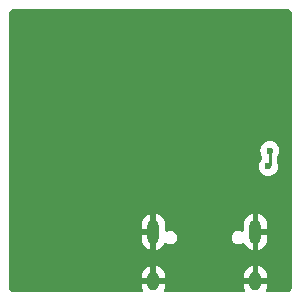
<source format=gbr>
%TF.GenerationSoftware,KiCad,Pcbnew,8.0.5*%
%TF.CreationDate,2024-11-23T20:35:32-07:00*%
%TF.ProjectId,2024_10_STM32C011J4M6_TestBoard,32303234-5f31-4305-9f53-544d33324330,rev?*%
%TF.SameCoordinates,Original*%
%TF.FileFunction,Copper,L2,Bot*%
%TF.FilePolarity,Positive*%
%FSLAX46Y46*%
G04 Gerber Fmt 4.6, Leading zero omitted, Abs format (unit mm)*
G04 Created by KiCad (PCBNEW 8.0.5) date 2024-11-23 20:35:32*
%MOMM*%
%LPD*%
G01*
G04 APERTURE LIST*
%TA.AperFunction,ComponentPad*%
%ADD10O,1.000000X2.100000*%
%TD*%
%TA.AperFunction,ComponentPad*%
%ADD11O,1.000000X1.600000*%
%TD*%
%TA.AperFunction,ViaPad*%
%ADD12C,0.600000*%
%TD*%
%TA.AperFunction,Conductor*%
%ADD13C,0.254000*%
%TD*%
G04 APERTURE END LIST*
D10*
%TO.P,J3,S1,SHIELD*%
%TO.N,GND*%
X119708200Y-85134600D03*
D11*
X119708200Y-89314600D03*
D10*
X128348200Y-85134600D03*
D11*
X128348200Y-89314600D03*
%TD*%
D12*
%TO.N,GND*%
X117834400Y-71704200D03*
X108762800Y-84836000D03*
X114369200Y-72523300D03*
X130454400Y-86741000D03*
X109829600Y-84201000D03*
X110261400Y-69596000D03*
X108737400Y-87884000D03*
X123063000Y-74422000D03*
X125171200Y-78257400D03*
X112776000Y-87807800D03*
X112801400Y-89509600D03*
X114122200Y-76962000D03*
X117017800Y-76022200D03*
X108762800Y-86233000D03*
X116021000Y-69735100D03*
X121945400Y-78892400D03*
X127609600Y-73609200D03*
X120472200Y-74269600D03*
X114217600Y-70624100D03*
X116763800Y-85928200D03*
%TO.N,/MODE*%
X129565400Y-78257400D03*
X129438400Y-79603600D03*
%TD*%
D13*
%TO.N,/MODE*%
X129565400Y-78257400D02*
X129565400Y-79476600D01*
X129565400Y-79476600D02*
X129438400Y-79603600D01*
%TD*%
%TA.AperFunction,Conductor*%
%TO.N,GND*%
G36*
X130959922Y-66261880D02*
G01*
X131050266Y-66272059D01*
X131077331Y-66278236D01*
X131156540Y-66305952D01*
X131181553Y-66317998D01*
X131252606Y-66362643D01*
X131274313Y-66379955D01*
X131333644Y-66439286D01*
X131350957Y-66460995D01*
X131395600Y-66532044D01*
X131407648Y-66557062D01*
X131435362Y-66636266D01*
X131441540Y-66663335D01*
X131451720Y-66753676D01*
X131452500Y-66767561D01*
X131452500Y-89753638D01*
X131451720Y-89767523D01*
X131441540Y-89857864D01*
X131435362Y-89884933D01*
X131407648Y-89964137D01*
X131395600Y-89989155D01*
X131350957Y-90060204D01*
X131333644Y-90081913D01*
X131274313Y-90141244D01*
X131252604Y-90158557D01*
X131181555Y-90203200D01*
X131156537Y-90215248D01*
X131077333Y-90242962D01*
X131050264Y-90249140D01*
X130970075Y-90258176D01*
X130959921Y-90259320D01*
X130946038Y-90260100D01*
X129348797Y-90260100D01*
X129281758Y-90240415D01*
X129236003Y-90187611D01*
X129226059Y-90118453D01*
X129234236Y-90088647D01*
X129309770Y-89906289D01*
X129309772Y-89906281D01*
X129348199Y-89713095D01*
X129348200Y-89713092D01*
X129348200Y-89564600D01*
X128648200Y-89564600D01*
X128648200Y-89064600D01*
X129348200Y-89064600D01*
X129348200Y-88916108D01*
X129348199Y-88916104D01*
X129309772Y-88722918D01*
X129309769Y-88722906D01*
X129234392Y-88540928D01*
X129234385Y-88540915D01*
X129124951Y-88377137D01*
X129124948Y-88377133D01*
X128985666Y-88237851D01*
X128985662Y-88237848D01*
X128821884Y-88128414D01*
X128821871Y-88128407D01*
X128639891Y-88053029D01*
X128639883Y-88053027D01*
X128598200Y-88044735D01*
X128598200Y-88847611D01*
X128588260Y-88830395D01*
X128532405Y-88774540D01*
X128463996Y-88735044D01*
X128387696Y-88714600D01*
X128308704Y-88714600D01*
X128232404Y-88735044D01*
X128163995Y-88774540D01*
X128108140Y-88830395D01*
X128098200Y-88847611D01*
X128098200Y-88044736D01*
X128098199Y-88044735D01*
X128056516Y-88053027D01*
X128056508Y-88053029D01*
X127874528Y-88128407D01*
X127874515Y-88128414D01*
X127710737Y-88237848D01*
X127710733Y-88237851D01*
X127571451Y-88377133D01*
X127571448Y-88377137D01*
X127462014Y-88540915D01*
X127462007Y-88540928D01*
X127386630Y-88722906D01*
X127386627Y-88722918D01*
X127348200Y-88916104D01*
X127348200Y-89064600D01*
X128048200Y-89064600D01*
X128048200Y-89564600D01*
X127348200Y-89564600D01*
X127348200Y-89713095D01*
X127386627Y-89906281D01*
X127386629Y-89906289D01*
X127462164Y-90088647D01*
X127469633Y-90158117D01*
X127438358Y-90220596D01*
X127378269Y-90256248D01*
X127347603Y-90260100D01*
X120708797Y-90260100D01*
X120641758Y-90240415D01*
X120596003Y-90187611D01*
X120586059Y-90118453D01*
X120594236Y-90088647D01*
X120669770Y-89906289D01*
X120669772Y-89906281D01*
X120708199Y-89713095D01*
X120708200Y-89713092D01*
X120708200Y-89564600D01*
X120008200Y-89564600D01*
X120008200Y-89064600D01*
X120708200Y-89064600D01*
X120708200Y-88916108D01*
X120708199Y-88916104D01*
X120669772Y-88722918D01*
X120669769Y-88722906D01*
X120594392Y-88540928D01*
X120594385Y-88540915D01*
X120484951Y-88377137D01*
X120484948Y-88377133D01*
X120345666Y-88237851D01*
X120345662Y-88237848D01*
X120181884Y-88128414D01*
X120181871Y-88128407D01*
X119999891Y-88053029D01*
X119999883Y-88053027D01*
X119958200Y-88044735D01*
X119958200Y-88847611D01*
X119948260Y-88830395D01*
X119892405Y-88774540D01*
X119823996Y-88735044D01*
X119747696Y-88714600D01*
X119668704Y-88714600D01*
X119592404Y-88735044D01*
X119523995Y-88774540D01*
X119468140Y-88830395D01*
X119458200Y-88847611D01*
X119458200Y-88044736D01*
X119458199Y-88044735D01*
X119416516Y-88053027D01*
X119416508Y-88053029D01*
X119234528Y-88128407D01*
X119234515Y-88128414D01*
X119070737Y-88237848D01*
X119070733Y-88237851D01*
X118931451Y-88377133D01*
X118931448Y-88377137D01*
X118822014Y-88540915D01*
X118822007Y-88540928D01*
X118746630Y-88722906D01*
X118746627Y-88722918D01*
X118708200Y-88916104D01*
X118708200Y-89064600D01*
X119408200Y-89064600D01*
X119408200Y-89564600D01*
X118708200Y-89564600D01*
X118708200Y-89713095D01*
X118746627Y-89906281D01*
X118746629Y-89906289D01*
X118822164Y-90088647D01*
X118829633Y-90158117D01*
X118798358Y-90220596D01*
X118738269Y-90256248D01*
X118707603Y-90260100D01*
X107959962Y-90260100D01*
X107946078Y-90259320D01*
X107933553Y-90257908D01*
X107855735Y-90249140D01*
X107828666Y-90242962D01*
X107749462Y-90215248D01*
X107724444Y-90203200D01*
X107653395Y-90158557D01*
X107631686Y-90141244D01*
X107572355Y-90081913D01*
X107555042Y-90060204D01*
X107510399Y-89989155D01*
X107498351Y-89964137D01*
X107470637Y-89884933D01*
X107464459Y-89857863D01*
X107454280Y-89767522D01*
X107453500Y-89753638D01*
X107453500Y-84486104D01*
X118708200Y-84486104D01*
X118708200Y-84884600D01*
X119408200Y-84884600D01*
X119408200Y-85384600D01*
X118708200Y-85384600D01*
X118708200Y-85783095D01*
X118746627Y-85976281D01*
X118746630Y-85976293D01*
X118822007Y-86158271D01*
X118822014Y-86158284D01*
X118931448Y-86322062D01*
X118931451Y-86322066D01*
X119070733Y-86461348D01*
X119070737Y-86461351D01*
X119234515Y-86570785D01*
X119234528Y-86570792D01*
X119416508Y-86646169D01*
X119458200Y-86654462D01*
X119458200Y-85851588D01*
X119468140Y-85868805D01*
X119523995Y-85924660D01*
X119592404Y-85964156D01*
X119668704Y-85984600D01*
X119747696Y-85984600D01*
X119823996Y-85964156D01*
X119892405Y-85924660D01*
X119948260Y-85868805D01*
X119958200Y-85851588D01*
X119958200Y-86654462D01*
X119999890Y-86646169D01*
X119999892Y-86646169D01*
X120181871Y-86570792D01*
X120181884Y-86570785D01*
X120345662Y-86461351D01*
X120345666Y-86461348D01*
X120484948Y-86322066D01*
X120484951Y-86322062D01*
X120594385Y-86158284D01*
X120594386Y-86158282D01*
X120598329Y-86148763D01*
X120642168Y-86094357D01*
X120708461Y-86072289D01*
X120776161Y-86089565D01*
X120781600Y-86093247D01*
X120784834Y-86095114D01*
X120784835Y-86095115D01*
X120916065Y-86170881D01*
X121062434Y-86210100D01*
X121062436Y-86210100D01*
X121213964Y-86210100D01*
X121213966Y-86210100D01*
X121360335Y-86170881D01*
X121491565Y-86095115D01*
X121598715Y-85987965D01*
X121674481Y-85856735D01*
X121713700Y-85710366D01*
X121713700Y-85558834D01*
X126342700Y-85558834D01*
X126342700Y-85710365D01*
X126381919Y-85856736D01*
X126419802Y-85922350D01*
X126457685Y-85987965D01*
X126564835Y-86095115D01*
X126696065Y-86170881D01*
X126842434Y-86210100D01*
X126842436Y-86210100D01*
X126993964Y-86210100D01*
X126993966Y-86210100D01*
X127140335Y-86170881D01*
X127271565Y-86095115D01*
X127271566Y-86095113D01*
X127278603Y-86091051D01*
X127279876Y-86093256D01*
X127333156Y-86072643D01*
X127401605Y-86086663D01*
X127451607Y-86135464D01*
X127458067Y-86148757D01*
X127462009Y-86158274D01*
X127462014Y-86158284D01*
X127571448Y-86322062D01*
X127571451Y-86322066D01*
X127710733Y-86461348D01*
X127710737Y-86461351D01*
X127874515Y-86570785D01*
X127874528Y-86570792D01*
X128056508Y-86646169D01*
X128098200Y-86654462D01*
X128098200Y-85851588D01*
X128108140Y-85868805D01*
X128163995Y-85924660D01*
X128232404Y-85964156D01*
X128308704Y-85984600D01*
X128387696Y-85984600D01*
X128463996Y-85964156D01*
X128532405Y-85924660D01*
X128588260Y-85868805D01*
X128598200Y-85851588D01*
X128598200Y-86654462D01*
X128639890Y-86646169D01*
X128639892Y-86646169D01*
X128821871Y-86570792D01*
X128821884Y-86570785D01*
X128985662Y-86461351D01*
X128985666Y-86461348D01*
X129124948Y-86322066D01*
X129124951Y-86322062D01*
X129234385Y-86158284D01*
X129234392Y-86158271D01*
X129309769Y-85976293D01*
X129309772Y-85976281D01*
X129348199Y-85783095D01*
X129348200Y-85783092D01*
X129348200Y-85384600D01*
X128648200Y-85384600D01*
X128648200Y-84884600D01*
X129348200Y-84884600D01*
X129348200Y-84486108D01*
X129348199Y-84486104D01*
X129309772Y-84292918D01*
X129309769Y-84292906D01*
X129234392Y-84110928D01*
X129234385Y-84110915D01*
X129124951Y-83947137D01*
X129124948Y-83947133D01*
X128985666Y-83807851D01*
X128985662Y-83807848D01*
X128821884Y-83698414D01*
X128821871Y-83698407D01*
X128639891Y-83623029D01*
X128639883Y-83623027D01*
X128598200Y-83614735D01*
X128598200Y-84417611D01*
X128588260Y-84400395D01*
X128532405Y-84344540D01*
X128463996Y-84305044D01*
X128387696Y-84284600D01*
X128308704Y-84284600D01*
X128232404Y-84305044D01*
X128163995Y-84344540D01*
X128108140Y-84400395D01*
X128098200Y-84417611D01*
X128098200Y-83614736D01*
X128098199Y-83614735D01*
X128056516Y-83623027D01*
X128056508Y-83623029D01*
X127874528Y-83698407D01*
X127874515Y-83698414D01*
X127710737Y-83807848D01*
X127710733Y-83807851D01*
X127571451Y-83947133D01*
X127571448Y-83947137D01*
X127462014Y-84110915D01*
X127462007Y-84110928D01*
X127386630Y-84292906D01*
X127386627Y-84292918D01*
X127348200Y-84486104D01*
X127348200Y-85003555D01*
X127328515Y-85070594D01*
X127275711Y-85116349D01*
X127206553Y-85126293D01*
X127162200Y-85110942D01*
X127140338Y-85098320D01*
X127140335Y-85098319D01*
X126993966Y-85059100D01*
X126842434Y-85059100D01*
X126696063Y-85098319D01*
X126564835Y-85174085D01*
X126564832Y-85174087D01*
X126457687Y-85281232D01*
X126457685Y-85281235D01*
X126381919Y-85412463D01*
X126342700Y-85558834D01*
X121713700Y-85558834D01*
X121674481Y-85412465D01*
X121598715Y-85281235D01*
X121491565Y-85174085D01*
X121382199Y-85110942D01*
X121360336Y-85098319D01*
X121287150Y-85078709D01*
X121213966Y-85059100D01*
X121062434Y-85059100D01*
X120916065Y-85098319D01*
X120916064Y-85098319D01*
X120916062Y-85098320D01*
X120916061Y-85098320D01*
X120894200Y-85110942D01*
X120826299Y-85127415D01*
X120760273Y-85104562D01*
X120717082Y-85049641D01*
X120708200Y-85003555D01*
X120708200Y-84486108D01*
X120708199Y-84486104D01*
X120669772Y-84292918D01*
X120669769Y-84292906D01*
X120594392Y-84110928D01*
X120594385Y-84110915D01*
X120484951Y-83947137D01*
X120484948Y-83947133D01*
X120345666Y-83807851D01*
X120345662Y-83807848D01*
X120181884Y-83698414D01*
X120181871Y-83698407D01*
X119999891Y-83623029D01*
X119999883Y-83623027D01*
X119958200Y-83614735D01*
X119958200Y-84417611D01*
X119948260Y-84400395D01*
X119892405Y-84344540D01*
X119823996Y-84305044D01*
X119747696Y-84284600D01*
X119668704Y-84284600D01*
X119592404Y-84305044D01*
X119523995Y-84344540D01*
X119468140Y-84400395D01*
X119458200Y-84417611D01*
X119458200Y-83614736D01*
X119458199Y-83614735D01*
X119416516Y-83623027D01*
X119416508Y-83623029D01*
X119234528Y-83698407D01*
X119234515Y-83698414D01*
X119070737Y-83807848D01*
X119070733Y-83807851D01*
X118931451Y-83947133D01*
X118931448Y-83947137D01*
X118822014Y-84110915D01*
X118822007Y-84110928D01*
X118746630Y-84292906D01*
X118746627Y-84292918D01*
X118708200Y-84486104D01*
X107453500Y-84486104D01*
X107453500Y-79603596D01*
X128632835Y-79603596D01*
X128632835Y-79603603D01*
X128653030Y-79782849D01*
X128653031Y-79782854D01*
X128712611Y-79953123D01*
X128808584Y-80105862D01*
X128936138Y-80233416D01*
X129088878Y-80329389D01*
X129259145Y-80388968D01*
X129259150Y-80388969D01*
X129438396Y-80409165D01*
X129438400Y-80409165D01*
X129438404Y-80409165D01*
X129617649Y-80388969D01*
X129617652Y-80388968D01*
X129617655Y-80388968D01*
X129787922Y-80329389D01*
X129940662Y-80233416D01*
X130068216Y-80105862D01*
X130164189Y-79953122D01*
X130223768Y-79782855D01*
X130243965Y-79603600D01*
X130223768Y-79424345D01*
X130199857Y-79356013D01*
X130192900Y-79315059D01*
X130192900Y-78799071D01*
X130211907Y-78733098D01*
X130291188Y-78606924D01*
X130350768Y-78436654D01*
X130350769Y-78436649D01*
X130370965Y-78257403D01*
X130370965Y-78257396D01*
X130350769Y-78078150D01*
X130350768Y-78078145D01*
X130291188Y-77907876D01*
X130195215Y-77755137D01*
X130067662Y-77627584D01*
X129914923Y-77531611D01*
X129744654Y-77472031D01*
X129744649Y-77472030D01*
X129565404Y-77451835D01*
X129565396Y-77451835D01*
X129386150Y-77472030D01*
X129386145Y-77472031D01*
X129215876Y-77531611D01*
X129063137Y-77627584D01*
X128935584Y-77755137D01*
X128839611Y-77907876D01*
X128780031Y-78078145D01*
X128780030Y-78078150D01*
X128759835Y-78257396D01*
X128759835Y-78257403D01*
X128780030Y-78436649D01*
X128780031Y-78436654D01*
X128839611Y-78606924D01*
X128918893Y-78733098D01*
X128937900Y-78799071D01*
X128937900Y-78920659D01*
X128918215Y-78987698D01*
X128901582Y-79008340D01*
X128808583Y-79101339D01*
X128712611Y-79254076D01*
X128653031Y-79424345D01*
X128653030Y-79424350D01*
X128632835Y-79603596D01*
X107453500Y-79603596D01*
X107453500Y-66767561D01*
X107454280Y-66753677D01*
X107454280Y-66753676D01*
X107464459Y-66663331D01*
X107470635Y-66636270D01*
X107498353Y-66557056D01*
X107510396Y-66532050D01*
X107555046Y-66460989D01*
X107572351Y-66439290D01*
X107631690Y-66379951D01*
X107653389Y-66362646D01*
X107724450Y-66317996D01*
X107749456Y-66305953D01*
X107828670Y-66278235D01*
X107855733Y-66272059D01*
X107918419Y-66264996D01*
X107946079Y-66261880D01*
X107959962Y-66261100D01*
X108018892Y-66261100D01*
X130887108Y-66261100D01*
X130946038Y-66261100D01*
X130959922Y-66261880D01*
G37*
%TD.AperFunction*%
%TD*%
M02*

</source>
